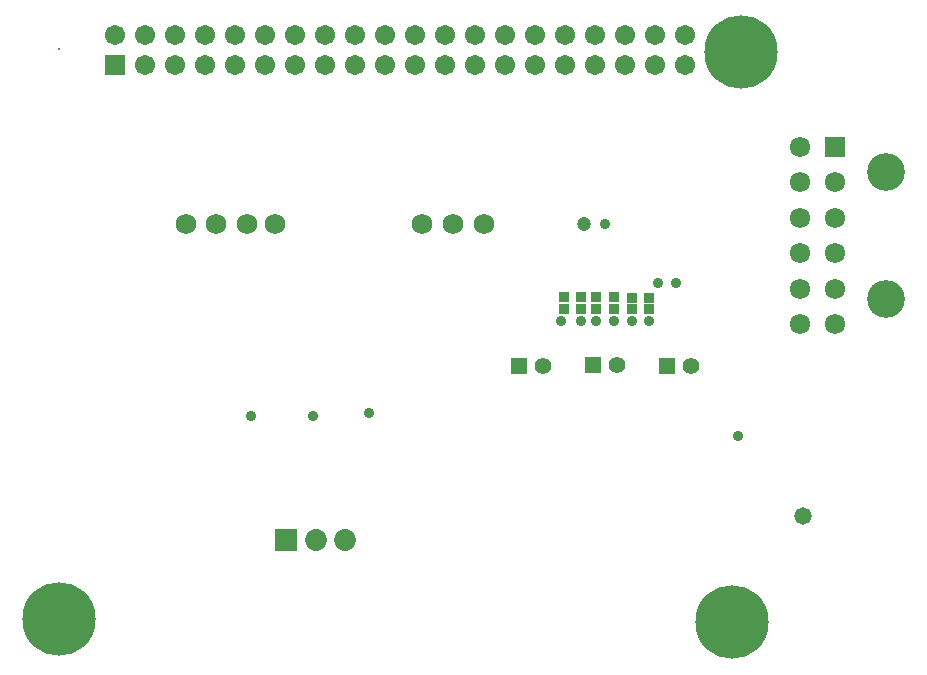
<source format=gbs>
G04*
G04 #@! TF.GenerationSoftware,Altium Limited,Altium Designer,23.4.1 (23)*
G04*
G04 Layer_Color=16711935*
%FSLAX44Y44*%
%MOMM*%
G71*
G04*
G04 #@! TF.SameCoordinates,82385B22-F4C2-4F25-A143-551C1675324C*
G04*
G04*
G04 #@! TF.FilePolarity,Negative*
G04*
G01*
G75*
%ADD22C,6.2032*%
%ADD23R,1.4032X1.4032*%
%ADD24C,1.4032*%
%ADD25C,1.7032*%
%ADD26R,1.7032X1.7032*%
%ADD27C,0.2032*%
%ADD28C,1.7272*%
%ADD29C,1.7232*%
%ADD30C,3.2032*%
%ADD31R,1.7232X1.7232*%
%ADD32C,1.8532*%
%ADD33R,1.8532X1.8532*%
%ADD34C,0.9032*%
%ADD35C,1.2032*%
%ADD36C,1.4732*%
%ADD61R,0.9232X0.9632*%
D22*
X912500Y567500D02*
D03*
X342500Y570000D02*
D03*
X920000Y1050000D02*
D03*
D23*
X857500Y784500D02*
D03*
X795000Y785000D02*
D03*
X732500Y784500D02*
D03*
D24*
X877500Y784500D02*
D03*
X815000Y785000D02*
D03*
X752500Y784500D02*
D03*
D25*
X466100Y1039600D02*
D03*
Y1065000D02*
D03*
X516900Y1039600D02*
D03*
X567700D02*
D03*
X618500D02*
D03*
X643900D02*
D03*
X669300D02*
D03*
Y1065000D02*
D03*
X694700D02*
D03*
X745500D02*
D03*
X796300D02*
D03*
X847100D02*
D03*
X872500Y1039600D02*
D03*
Y1065000D02*
D03*
X796300Y1039600D02*
D03*
X847100D02*
D03*
X542300D02*
D03*
X821700D02*
D03*
X593100Y1065000D02*
D03*
X643900D02*
D03*
X745500Y1039600D02*
D03*
X516900Y1065000D02*
D03*
X770900D02*
D03*
X821700D02*
D03*
X720100D02*
D03*
Y1039600D02*
D03*
X694700D02*
D03*
X618500Y1065000D02*
D03*
X593100Y1039600D02*
D03*
X542300Y1065000D02*
D03*
X491500D02*
D03*
Y1039600D02*
D03*
X440700Y1065000D02*
D03*
Y1039600D02*
D03*
X415300Y1065000D02*
D03*
Y1039600D02*
D03*
X389900Y1065000D02*
D03*
X770900Y1039600D02*
D03*
X567700Y1065000D02*
D03*
D26*
X389900Y1039600D02*
D03*
D27*
X342500Y1052500D02*
D03*
D28*
X525833Y905001D02*
D03*
X702500D02*
D03*
X450000D02*
D03*
X501667D02*
D03*
X475833D02*
D03*
X650000D02*
D03*
X676250D02*
D03*
D29*
X970000Y820000D02*
D03*
Y850000D02*
D03*
Y880000D02*
D03*
Y910000D02*
D03*
Y940000D02*
D03*
Y970000D02*
D03*
X1000000Y820000D02*
D03*
Y850000D02*
D03*
Y880000D02*
D03*
Y940000D02*
D03*
Y910000D02*
D03*
D30*
X1043000Y841600D02*
D03*
Y948400D02*
D03*
D31*
X1000000Y970000D02*
D03*
D32*
X585000Y637500D02*
D03*
X560000D02*
D03*
D33*
X535000D02*
D03*
D34*
X865000Y855000D02*
D03*
X850000D02*
D03*
X842500Y822500D02*
D03*
X917500Y725000D02*
D03*
X605000Y745000D02*
D03*
X557500Y742500D02*
D03*
X505000D02*
D03*
X767500Y822500D02*
D03*
X805000Y905000D02*
D03*
X827500Y822500D02*
D03*
X812500D02*
D03*
X797500D02*
D03*
X785000D02*
D03*
D35*
X787500Y905000D02*
D03*
D36*
X972500Y657500D02*
D03*
D61*
X827500Y842300D02*
D03*
Y832500D02*
D03*
X842500Y842300D02*
D03*
Y832500D02*
D03*
X797500Y832700D02*
D03*
Y842500D02*
D03*
X812500Y832700D02*
D03*
Y842500D02*
D03*
X785000Y832700D02*
D03*
Y842500D02*
D03*
X770000Y832700D02*
D03*
Y842500D02*
D03*
M02*

</source>
